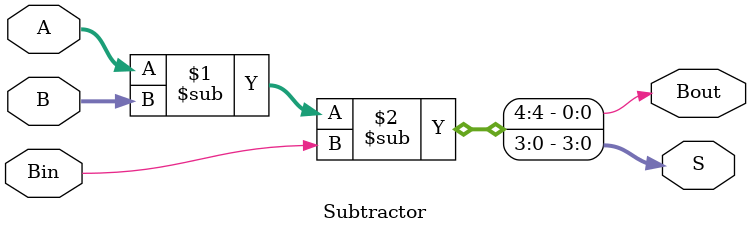
<source format=v>
module Subtractor(output [3:0]S, output Bout, input [3:0]A,B, input Bin);
	assign {Bout,S} = (A-B)-Bin;
endmodule
</source>
